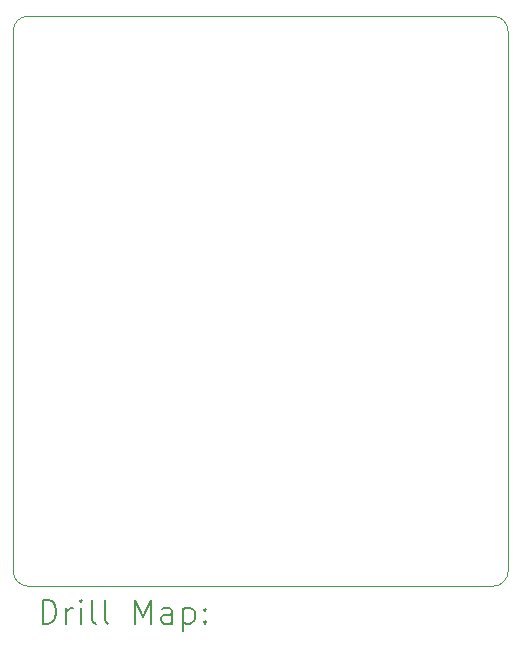
<source format=gbr>
%FSLAX45Y45*%
G04 Gerber Fmt 4.5, Leading zero omitted, Abs format (unit mm)*
G04 Created by KiCad (PCBNEW (6.0.5-0)) date 2022-06-17 01:07:41*
%MOMM*%
%LPD*%
G01*
G04 APERTURE LIST*
%TA.AperFunction,Profile*%
%ADD10C,0.120000*%
%TD*%
%ADD11C,0.200000*%
G04 APERTURE END LIST*
D10*
X2730500Y-4254500D02*
X-1206500Y-4254500D01*
X-1333500Y-4127500D02*
X-1333500Y444500D01*
X2857500Y444500D02*
G75*
G03*
X2730500Y571500I-127000J0D01*
G01*
X-1333500Y-4127500D02*
G75*
G03*
X-1206500Y-4254500I127000J0D01*
G01*
X2730500Y-4254500D02*
G75*
G03*
X2857500Y-4127500I0J127000D01*
G01*
X-1206500Y571500D02*
G75*
G03*
X-1333500Y444500I0J-127000D01*
G01*
X-1206500Y571500D02*
X2730500Y571500D01*
X2857500Y444500D02*
X2857500Y-4127500D01*
D11*
X-1081881Y-4570976D02*
X-1081881Y-4370976D01*
X-1034262Y-4370976D01*
X-1005690Y-4380500D01*
X-986643Y-4399548D01*
X-977119Y-4418595D01*
X-967595Y-4456690D01*
X-967595Y-4485262D01*
X-977119Y-4523357D01*
X-986643Y-4542405D01*
X-1005690Y-4561452D01*
X-1034262Y-4570976D01*
X-1081881Y-4570976D01*
X-881881Y-4570976D02*
X-881881Y-4437643D01*
X-881881Y-4475738D02*
X-872357Y-4456690D01*
X-862833Y-4447167D01*
X-843786Y-4437643D01*
X-824738Y-4437643D01*
X-758071Y-4570976D02*
X-758071Y-4437643D01*
X-758071Y-4370976D02*
X-767595Y-4380500D01*
X-758071Y-4390024D01*
X-748548Y-4380500D01*
X-758071Y-4370976D01*
X-758071Y-4390024D01*
X-634262Y-4570976D02*
X-653310Y-4561452D01*
X-662833Y-4542405D01*
X-662833Y-4370976D01*
X-529500Y-4570976D02*
X-548548Y-4561452D01*
X-558072Y-4542405D01*
X-558072Y-4370976D01*
X-300929Y-4570976D02*
X-300929Y-4370976D01*
X-234262Y-4513833D01*
X-167595Y-4370976D01*
X-167595Y-4570976D01*
X13357Y-4570976D02*
X13357Y-4466214D01*
X3833Y-4447167D01*
X-15214Y-4437643D01*
X-53310Y-4437643D01*
X-72357Y-4447167D01*
X13357Y-4561452D02*
X-5690Y-4570976D01*
X-53310Y-4570976D01*
X-72357Y-4561452D01*
X-81881Y-4542405D01*
X-81881Y-4523357D01*
X-72357Y-4504310D01*
X-53310Y-4494786D01*
X-5690Y-4494786D01*
X13357Y-4485262D01*
X108595Y-4437643D02*
X108595Y-4637643D01*
X108595Y-4447167D02*
X127643Y-4437643D01*
X165738Y-4437643D01*
X184786Y-4447167D01*
X194309Y-4456690D01*
X203833Y-4475738D01*
X203833Y-4532881D01*
X194309Y-4551929D01*
X184786Y-4561452D01*
X165738Y-4570976D01*
X127643Y-4570976D01*
X108595Y-4561452D01*
X289548Y-4551929D02*
X299071Y-4561452D01*
X289548Y-4570976D01*
X280024Y-4561452D01*
X289548Y-4551929D01*
X289548Y-4570976D01*
X289548Y-4447167D02*
X299071Y-4456690D01*
X289548Y-4466214D01*
X280024Y-4456690D01*
X289548Y-4447167D01*
X289548Y-4466214D01*
M02*

</source>
